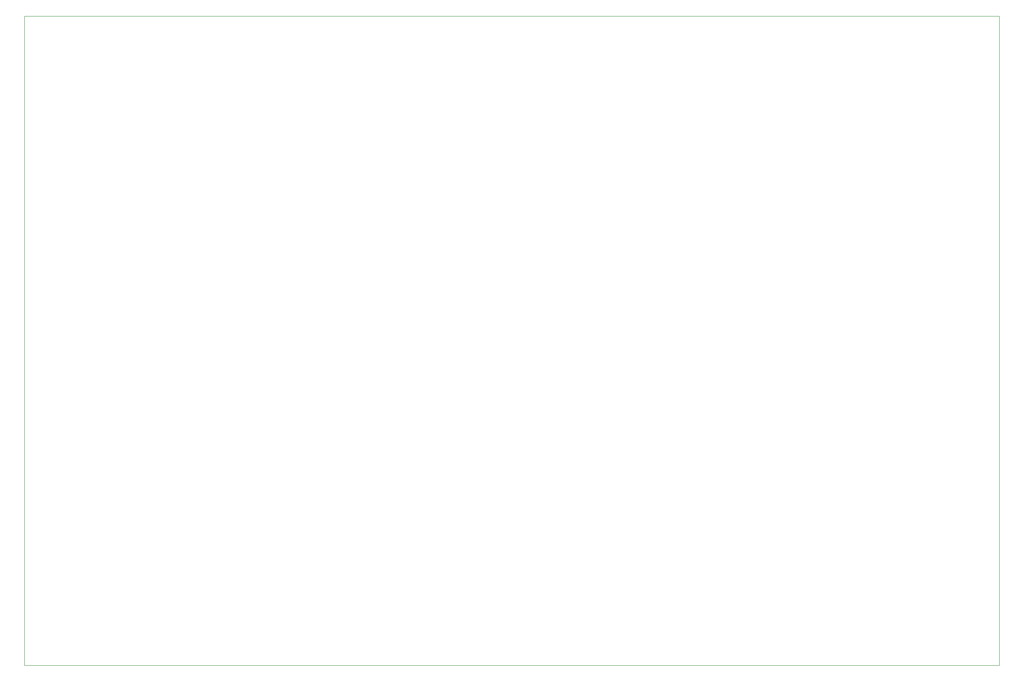
<source format=gbr>
G04 #@! TF.FileFunction,Profile,NP*
%FSLAX46Y46*%
G04 Gerber Fmt 4.6, Leading zero omitted, Abs format (unit mm)*
G04 Created by KiCad (PCBNEW 4.0.2-stable) date 10/20/2016 9:17:17 AM*
%MOMM*%
G01*
G04 APERTURE LIST*
%ADD10C,0.100000*%
%ADD11C,0.150000*%
G04 APERTURE END LIST*
D10*
D11*
X78740000Y-335280000D02*
X478790000Y-335280000D01*
X478790000Y-68580000D02*
X78740000Y-68580000D01*
X478790000Y-68580000D02*
X478790000Y-335280000D01*
X78740000Y-335280000D02*
X78740000Y-68580000D01*
M02*

</source>
